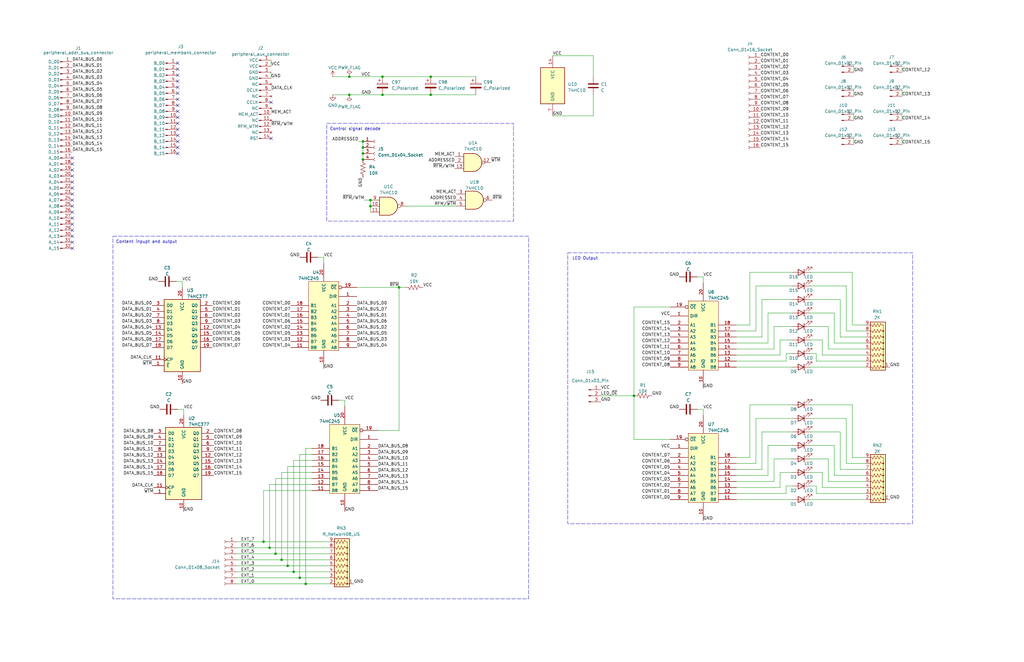
<source format=kicad_sch>
(kicad_sch (version 20230121) (generator eeschema)
  (paper "B")
  (lib_symbols
    (symbol "Connector:Conn_01x02_Pin" (pin_names (offset 1.016) hide)
      (property "Reference" "J" (at 0 2.54 0))
      (property "Value" "Conn_01x02_Pin" (at 0 -5.08 0))
      (symbol "Conn_01x02_Pin_1_1"
        (pin passive line (at 5.08 0 180) (length 3.81) (name "Pin_1") (number "1"))
        (pin passive line (at 5.08 -2.54 180) (length 3.81) (name "Pin_2") (number "2"))
      )
    )
    (symbol "Connector:Conn_01x03_Pin" (pin_names (offset 1.016) hide)
      (property "Reference" "J" (at 0 5.08 0))
      (property "Value" "Conn_01x03_Pin" (at 0 -5.08 0))
      (symbol "Conn_01x03_Pin_1_1"
        (pin passive line (at 5.08 2.54 180) (length 3.81) (name "Pin_1") (number "1"))
        (pin passive line (at 5.08 0 180) (length 3.81) (name "Pin_2") (number "2"))
        (pin passive line (at 5.08 -2.54 180) (length 3.81) (name "Pin_3") (number "3"))
      )
    )
    (symbol "Connector:Conn_01x04_Socket" (pin_names (offset 1.016) hide)
      (property "Reference" "J" (at 0 5.08 0))
      (property "Value" "Conn_01x04_Socket" (at 0 -7.62 0))
      (symbol "Conn_01x04_Socket_1_1"
        (pin passive line (at -5.08 2.54 0) (length 3.81) (name "Pin_1") (number "1"))
        (pin passive line (at -5.08 0 0) (length 3.81) (name "Pin_2") (number "2"))
        (pin passive line (at -5.08 -2.54 0) (length 3.81) (name "Pin_3") (number "3"))
        (pin passive line (at -5.08 -5.08 0) (length 3.81) (name "Pin_4") (number "4"))
      )
    )
    (symbol "Connector:Conn_01x08_Socket" (pin_names (offset 1.016) hide)
      (property "Reference" "J" (at 0 10.16 0))
      (property "Value" "Conn_01x08_Socket" (at 0 -12.7 0))
      (symbol "Conn_01x08_Socket_1_1"
        (pin passive line (at -5.08 7.62 0) (length 3.81) (name "Pin_1") (number "1"))
        (pin passive line (at -5.08 5.08 0) (length 3.81) (name "Pin_2") (number "2"))
        (pin passive line (at -5.08 2.54 0) (length 3.81) (name "Pin_3") (number "3"))
        (pin passive line (at -5.08 0 0) (length 3.81) (name "Pin_4") (number "4"))
        (pin passive line (at -5.08 -2.54 0) (length 3.81) (name "Pin_5") (number "5"))
        (pin passive line (at -5.08 -5.08 0) (length 3.81) (name "Pin_6") (number "6"))
        (pin passive line (at -5.08 -7.62 0) (length 3.81) (name "Pin_7") (number "7"))
        (pin passive line (at -5.08 -10.16 0) (length 3.81) (name "Pin_8") (number "8"))
      )
    )
    (symbol "Connector:Conn_01x16_Socket" (pin_names (offset 1.016) hide)
      (property "Reference" "J" (at 0 20.32 0))
      (property "Value" "Conn_01x16_Socket" (at 0 -22.86 0))
      (symbol "Conn_01x16_Socket_1_1"
        (pin passive line (at -5.08 17.78 0) (length 3.81) (name "Pin_1") (number "1"))
        (pin passive line (at -5.08 -5.08 0) (length 3.81) (name "Pin_10") (number "10"))
        (pin passive line (at -5.08 -7.62 0) (length 3.81) (name "Pin_11") (number "11"))
        (pin passive line (at -5.08 -10.16 0) (length 3.81) (name "Pin_12") (number "12"))
        (pin passive line (at -5.08 -12.7 0) (length 3.81) (name "Pin_13") (number "13"))
        (pin passive line (at -5.08 -15.24 0) (length 3.81) (name "Pin_14") (number "14"))
        (pin passive line (at -5.08 -17.78 0) (length 3.81) (name "Pin_15") (number "15"))
        (pin passive line (at -5.08 -20.32 0) (length 3.81) (name "Pin_16") (number "16"))
        (pin passive line (at -5.08 15.24 0) (length 3.81) (name "Pin_2") (number "2"))
        (pin passive line (at -5.08 12.7 0) (length 3.81) (name "Pin_3") (number "3"))
        (pin passive line (at -5.08 10.16 0) (length 3.81) (name "Pin_4") (number "4"))
        (pin passive line (at -5.08 7.62 0) (length 3.81) (name "Pin_5") (number "5"))
        (pin passive line (at -5.08 5.08 0) (length 3.81) (name "Pin_6") (number "6"))
        (pin passive line (at -5.08 2.54 0) (length 3.81) (name "Pin_7") (number "7"))
        (pin passive line (at -5.08 0 0) (length 3.81) (name "Pin_8") (number "8"))
        (pin passive line (at -5.08 -2.54 0) (length 3.81) (name "Pin_9") (number "9"))
      )
    )
    (symbol "Device:C" (pin_numbers hide) (pin_names (offset 0.254))
      (property "Reference" "C" (at 0.635 2.54 0))
      (property "Value" "C" (at 0.635 -2.54 0))
      (symbol "C_1_1"
        (pin passive line (at 0 3.81 270) (length 2.794) (name "~") (number "1"))
        (pin passive line (at 0 -3.81 90) (length 2.794) (name "~") (number "2"))
      )
    )
    (symbol "Device:C_Polarized" (pin_numbers hide) (pin_names (offset 0.254))
      (property "Reference" "C" (at 0.635 2.54 0))
      (property "Value" "C_Polarized" (at 0.635 -2.54 0))
      (symbol "C_Polarized_1_1"
        (pin passive line (at 0 3.81 270) (length 2.794) (name "~") (number "1"))
        (pin passive line (at 0 -3.81 90) (length 2.794) (name "~") (number "2"))
      )
    )
    (symbol "Device:LED" (pin_numbers hide) (pin_names (offset 1.016) hide)
      (property "Reference" "D" (at 0 2.54 0))
      (property "Value" "LED" (at 0 -2.54 0))
      (symbol "LED_1_1"
        (pin passive line (at -3.81 0 0) (length 2.54) (name "K") (number "1"))
        (pin passive line (at 3.81 0 180) (length 2.54) (name "A") (number "2"))
      )
    )
    (symbol "Device:R_Network08_US" (pin_names (offset 0) hide)
      (property "Reference" "RN" (at -12.7 0 90))
      (property "Value" "R_Network08_US" (at 10.16 0 90))
      (symbol "R_Network08_US_1_1"
        (pin passive line (at -10.16 5.08 270) (length 2.54) (name "common") (number "1"))
        (pin passive line (at -10.16 -5.08 90) (length 1.27) (name "R1") (number "2"))
        (pin passive line (at -7.62 -5.08 90) (length 1.27) (name "R2") (number "3"))
        (pin passive line (at -5.08 -5.08 90) (length 1.27) (name "R3") (number "4"))
        (pin passive line (at -2.54 -5.08 90) (length 1.27) (name "R4") (number "5"))
        (pin passive line (at 0 -5.08 90) (length 1.27) (name "R5") (number "6"))
        (pin passive line (at 2.54 -5.08 90) (length 1.27) (name "R6") (number "7"))
        (pin passive line (at 5.08 -5.08 90) (length 1.27) (name "R7") (number "8"))
        (pin passive line (at 7.62 -5.08 90) (length 1.27) (name "R8") (number "9"))
      )
    )
    (symbol "Device:R_US" (pin_numbers hide) (pin_names (offset 0))
      (property "Reference" "R" (at 2.54 0 90))
      (property "Value" "R_US" (at -2.54 0 90))
      (symbol "R_US_1_1"
        (pin passive line (at 0 3.81 270) (length 1.27) (name "~") (number "1"))
        (pin passive line (at 0 -3.81 90) (length 1.27) (name "~") (number "2"))
      )
    )
    (symbol "power:GND" (power) (pin_names (offset 0))
      (property "Value" "GND" (at 0 -3.81 0))
      (symbol "GND_1_1"
        (pin power_in line (at 0 0 270) (length 0) hide (name "GND") (number "1"))
      )
    )
    (symbol "power:PWR_FLAG" (power) (pin_numbers hide) (pin_names (offset 0) hide)
      (property "Value" "PWR_FLAG" (at 0 3.81 0))
      (symbol "PWR_FLAG_0_0"
        (pin power_out line (at 0 0 90) (length 0) (name "pwr") (number "1"))
      )
    )
    (symbol "power:VCC" (power) (pin_names (offset 0))
      (property "Value" "VCC" (at 0 3.81 0))
      (symbol "VCC_1_1"
        (pin power_in line (at 0 0 90) (length 0) hide (name "VCC") (number "1"))
      )
    )
    (symbol "sixteen-bit-computer:74HC10" (pin_names (offset 1.016))
      (property "Reference" "U" (at 0 1.27 0))
      (property "Value" "74HC10" (at 0 -1.27 0))
      (symbol "74HC10_1_1"
        (pin input line (at -7.62 2.54 0) (length 3.81) (name "~") (number "1"))
        (pin output inverted (at 7.62 0 180) (length 3.81) (name "~") (number "12"))
        (pin input line (at -7.62 -2.54 0) (length 3.81) (name "~") (number "13"))
        (pin input line (at -7.62 0 0) (length 3.81) (name "~") (number "2"))
      )
      (symbol "74HC10_1_2"
        (pin input inverted (at -7.62 2.54 0) (length 4.318) (name "~") (number "1"))
        (pin output line (at 7.62 0 180) (length 3.81) (name "~") (number "12"))
        (pin input inverted (at -7.62 -2.54 0) (length 4.318) (name "~") (number "13"))
        (pin input inverted (at -7.62 0 0) (length 4.953) (name "~") (number "2"))
      )
      (symbol "74HC10_2_1"
        (pin input line (at -7.62 2.54 0) (length 3.81) (name "~") (number "3"))
        (pin input line (at -7.62 0 0) (length 3.81) (name "~") (number "4"))
        (pin input line (at -7.62 -2.54 0) (length 3.81) (name "~") (number "5"))
        (pin output inverted (at 7.62 0 180) (length 3.81) (name "~") (number "6"))
      )
      (symbol "74HC10_2_2"
        (pin input inverted (at -7.62 2.54 0) (length 4.318) (name "~") (number "3"))
        (pin input inverted (at -7.62 0 0) (length 4.953) (name "~") (number "4"))
        (pin input inverted (at -7.62 -2.54 0) (length 4.318) (name "~") (number "5"))
        (pin output line (at 7.62 0 180) (length 3.81) (name "~") (number "6"))
      )
      (symbol "74HC10_3_1"
        (pin input line (at -7.62 0 0) (length 3.81) (name "~") (number "10"))
        (pin input line (at -7.62 -2.54 0) (length 3.81) (name "~") (number "11"))
        (pin output inverted (at 7.62 0 180) (length 3.81) (name "~") (number "8"))
        (pin input line (at -7.62 2.54 0) (length 3.81) (name "~") (number "9"))
      )
      (symbol "74HC10_3_2"
        (pin input inverted (at -7.62 0 0) (length 4.953) (name "~") (number "10"))
        (pin input inverted (at -7.62 -2.54 0) (length 4.318) (name "~") (number "11"))
        (pin output line (at 7.62 0 180) (length 3.81) (name "~") (number "8"))
        (pin input inverted (at -7.62 2.54 0) (length 4.318) (name "~") (number "9"))
      )
      (symbol "74HC10_4_0"
        (pin power_in line (at 0 12.7 270) (length 5.08) (name "VCC") (number "14"))
        (pin power_in line (at 0 -12.7 90) (length 5.08) (name "GND") (number "7"))
      )
    )
    (symbol "sixteen-bit-computer:74HC245" (pin_names (offset 0.762))
      (property "Reference" "U" (at -7.62 17.78 0))
      (property "Value" "74HC245" (at 2.54 -15.24 0))
      (symbol "74HC245_1_1"
        (pin input line (at -13.97 10.16 0) (length 7.62) (name "DIR") (number "1"))
        (pin power_in line (at 0 -20.32 90) (length 7.62) (name "GND") (number "10"))
        (pin tri_state line (at 13.97 -11.43 180) (length 7.62) (name "B8") (number "11"))
        (pin tri_state line (at 13.97 -8.89 180) (length 7.62) (name "B7") (number "12"))
        (pin tri_state line (at 13.97 -6.35 180) (length 7.62) (name "B6") (number "13"))
        (pin tri_state line (at 13.97 -3.81 180) (length 7.62) (name "B5") (number "14"))
        (pin tri_state line (at 13.97 -1.27 180) (length 7.62) (name "B4") (number "15"))
        (pin tri_state line (at 13.97 1.27 180) (length 7.62) (name "B3") (number "16"))
        (pin tri_state line (at 13.97 3.81 180) (length 7.62) (name "B2") (number "17"))
        (pin tri_state line (at 13.97 6.35 180) (length 7.62) (name "B1") (number "18"))
        (pin input inverted (at -13.97 13.97 0) (length 7.62) (name "~{OE}") (number "19"))
        (pin tri_state line (at -13.97 6.35 0) (length 7.62) (name "A1") (number "2"))
        (pin power_in line (at 0 24.13 270) (length 7.62) (name "VCC") (number "20"))
        (pin tri_state line (at -13.97 3.81 0) (length 7.62) (name "A2") (number "3"))
        (pin tri_state line (at -13.97 1.27 0) (length 7.62) (name "A3") (number "4"))
        (pin tri_state line (at -13.97 -1.27 0) (length 7.62) (name "A4") (number "5"))
        (pin tri_state line (at -13.97 -3.81 0) (length 7.62) (name "A5") (number "6"))
        (pin tri_state line (at -13.97 -6.35 0) (length 7.62) (name "A6") (number "7"))
        (pin tri_state line (at -13.97 -8.89 0) (length 7.62) (name "A7") (number "8"))
        (pin tri_state line (at -13.97 -11.43 0) (length 7.62) (name "A8") (number "9"))
      )
    )
    (symbol "sixteen-bit-computer:74HC377" (pin_names (offset 1.016))
      (property "Reference" "U" (at -7.62 16.51 0))
      (property "Value" "74HC377" (at 8.89 -17.78 0))
      (symbol "74HC377_1_0"
        (pin input line (at -12.7 -12.7 0) (length 5.08) (name "~{E}") (number "1"))
        (pin power_in line (at 0 -20.32 90) (length 5.08) (name "GND") (number "10"))
        (pin input clock (at -12.7 -10.16 0) (length 5.08) (name "CP") (number "11"))
        (pin output line (at 12.7 2.54 180) (length 5.08) (name "Q4") (number "12"))
        (pin input line (at -12.7 2.54 0) (length 5.08) (name "D4") (number "13"))
        (pin input line (at -12.7 0 0) (length 5.08) (name "D5") (number "14"))
        (pin output line (at 12.7 0 180) (length 5.08) (name "Q5") (number "15"))
        (pin output line (at 12.7 -2.54 180) (length 5.08) (name "Q6") (number "16"))
        (pin input line (at -12.7 -2.54 0) (length 5.08) (name "D6") (number "17"))
        (pin input line (at -12.7 -5.08 0) (length 5.08) (name "D7") (number "18"))
        (pin output line (at 12.7 -5.08 180) (length 5.08) (name "Q7") (number "19"))
        (pin output line (at 12.7 12.7 180) (length 5.08) (name "Q0") (number "2"))
        (pin power_in line (at 0 20.32 270) (length 5.08) (name "VCC") (number "20"))
        (pin input line (at -12.7 12.7 0) (length 5.08) (name "D0") (number "3"))
        (pin input line (at -12.7 10.16 0) (length 5.08) (name "D1") (number "4"))
        (pin output line (at 12.7 10.16 180) (length 5.08) (name "Q1") (number "5"))
        (pin output line (at 12.7 7.62 180) (length 5.08) (name "Q2") (number "6"))
        (pin input line (at -12.7 7.62 0) (length 5.08) (name "D2") (number "7"))
        (pin input line (at -12.7 5.08 0) (length 5.08) (name "D3") (number "8"))
        (pin output line (at 12.7 5.08 180) (length 5.08) (name "Q3") (number "9"))
      )
    )
    (symbol "sixteen-bit-computer:peripheral_addr_bus_connector" (pin_names (offset 1.524))
      (property "Reference" "J" (at 0 40.64 0))
      (property "Value" "peripheral_addr_bus_connector" (at 0 -43.18 0))
      (symbol "peripheral_addr_bus_connector_1_1"
        (pin passive line (at 5.08 38.1 180) (length 3.81) (name "D_00") (number "1"))
        (pin passive line (at 5.08 15.24 180) (length 3.81) (name "D_09") (number "10"))
        (pin passive line (at 5.08 12.7 180) (length 3.81) (name "D_10") (number "11"))
        (pin passive line (at 5.08 10.16 180) (length 3.81) (name "D_11") (number "12"))
        (pin passive line (at 5.08 7.62 180) (length 3.81) (name "D_12") (number "13"))
        (pin passive line (at 5.08 5.08 180) (length 3.81) (name "D_13") (number "14"))
        (pin passive line (at 5.08 2.54 180) (length 3.81) (name "D_14") (number "15"))
        (pin passive line (at 5.08 0 180) (length 3.81) (name "D_15") (number "16"))
        (pin passive line (at 5.08 -2.54 180) (length 3.81) (name "A_00") (number "17"))
        (pin passive line (at 5.08 -5.08 180) (length 3.81) (name "A_01") (number "18"))
        (pin passive line (at 5.08 -7.62 180) (length 3.81) (name "A_02") (number "19"))
        (pin passive line (at 5.08 35.56 180) (length 3.81) (name "D_01") (number "2"))
        (pin passive line (at 5.08 -10.16 180) (length 3.81) (name "A_03") (number "20"))
        (pin passive line (at 5.08 -12.7 180) (length 3.81) (name "A_04") (number "21"))
        (pin passive line (at 5.08 -15.24 180) (length 3.81) (name "A_05") (number "22"))
        (pin passive line (at 5.08 -17.78 180) (length 3.81) (name "A_06") (number "23"))
        (pin passive line (at 5.08 -20.32 180) (length 3.81) (name "A_07") (number "24"))
        (pin passive line (at 5.08 -22.86 180) (length 3.81) (name "A_08") (number "25"))
        (pin passive line (at 5.08 -25.4 180) (length 3.81) (name "A_09") (number "26"))
        (pin passive line (at 5.08 -27.94 180) (length 3.81) (name "A_10") (number "27"))
        (pin passive line (at 5.08 -30.48 180) (length 3.81) (name "A_11") (number "28"))
        (pin passive line (at 5.08 -33.02 180) (length 3.81) (name "A_12") (number "29"))
        (pin passive line (at 5.08 33.02 180) (length 3.81) (name "D_02") (number "3"))
        (pin passive line (at 5.08 -35.56 180) (length 3.81) (name "A_13") (number "30"))
        (pin passive line (at 5.08 -38.1 180) (length 3.81) (name "A_14") (number "31"))
        (pin passive line (at 5.08 -40.64 180) (length 3.81) (name "A_15") (number "32"))
        (pin passive line (at 5.08 30.48 180) (length 3.81) (name "D_03") (number "4"))
        (pin passive line (at 5.08 27.94 180) (length 3.81) (name "D_04") (number "5"))
        (pin passive line (at 5.08 25.4 180) (length 3.81) (name "D_05") (number "6"))
        (pin passive line (at 5.08 22.86 180) (length 3.81) (name "D_06") (number "7"))
        (pin passive line (at 5.08 20.32 180) (length 3.81) (name "D_07") (number "8"))
        (pin passive line (at 5.08 17.78 180) (length 3.81) (name "D_08") (number "9"))
      )
    )
    (symbol "sixteen-bit-computer:peripheral_aux_connector" (pin_names (offset 1.524))
      (property "Reference" "J" (at 0 17.78 0))
      (property "Value" "peripheral_aux_connector" (at 0 -20.32 0))
      (symbol "peripheral_aux_connector_1_1"
        (pin passive line (at 5.08 15.24 180) (length 3.81) (name "VCC") (number "1"))
        (pin passive line (at 5.08 -7.62 180) (length 3.81) (name "MEM_ACT") (number "10"))
        (pin no_connect line (at 5.08 -10.16 180) (length 3.81) (name "NC") (number "11"))
        (pin passive line (at 5.08 -12.7 180) (length 3.81) (name "RFM_WTM") (number "12"))
        (pin no_connect line (at 5.08 -15.24 180) (length 3.81) (name "NC") (number "13"))
        (pin passive line (at 5.08 -17.78 180) (length 3.81) (name "RST") (number "14"))
        (pin passive line (at 5.08 12.7 180) (length 3.81) (name "VCC") (number "2"))
        (pin passive line (at 5.08 10.16 180) (length 3.81) (name "GND") (number "3"))
        (pin passive line (at 5.08 7.62 180) (length 3.81) (name "GND") (number "4"))
        (pin no_connect line (at 5.08 5.08 180) (length 3.81) (name "NC") (number "5"))
        (pin passive line (at 5.08 2.54 180) (length 3.81) (name "DCLK") (number "6"))
        (pin no_connect line (at 5.08 0 180) (length 3.81) (name "NC") (number "7"))
        (pin passive line (at 5.08 -2.54 180) (length 3.81) (name "CCLK") (number "8"))
        (pin no_connect line (at 5.08 -5.08 180) (length 3.81) (name "NC") (number "9"))
      )
    )
    (symbol "sixteen-bit-computer:peripheral_membank_connector" (pin_names (offset 1.524))
      (property "Reference" "J" (at 0 20.32 0))
      (property "Value" "peripheral_membank_connector" (at 0 -22.86 0))
      (symbol "peripheral_membank_connector_1_1"
        (pin passive line (at 5.08 17.78 180) (length 3.81) (name "B_00") (number "1"))
        (pin passive line (at 5.08 -5.08 180) (length 3.81) (name "B_09") (number "10"))
        (pin passive line (at 5.08 -7.62 180) (length 3.81) (name "B_10") (number "11"))
        (pin passive line (at 5.08 -10.16 180) (length 3.81) (name "B_11") (number "12"))
        (pin passive line (at 5.08 -12.7 180) (length 3.81) (name "B_12") (number "13"))
        (pin passive line (at 5.08 -15.24 180) (length 3.81) (name "B_13") (number "14"))
        (pin passive line (at 5.08 -17.78 180) (length 3.81) (name "B_14") (number "15"))
        (pin passive line (at 5.08 -20.32 180) (length 3.81) (name "B_15") (number "16"))
        (pin passive line (at 5.08 15.24 180) (length 3.81) (name "B_01") (number "2"))
        (pin passive line (at 5.08 12.7 180) (length 3.81) (name "B_02") (number "3"))
        (pin passive line (at 5.08 10.16 180) (length 3.81) (name "B_03") (number "4"))
        (pin passive line (at 5.08 7.62 180) (length 3.81) (name "B_04") (number "5"))
        (pin passive line (at 5.08 5.08 180) (length 3.81) (name "B_05") (number "6"))
        (pin passive line (at 5.08 2.54 180) (length 3.81) (name "B_06") (number "7"))
        (pin passive line (at 5.08 0 180) (length 3.81) (name "B_07") (number "8"))
        (pin passive line (at 5.08 -2.54 180) (length 3.81) (name "B_08") (number "9"))
      )
    )
  )
  (bus_alias "ADDR_BUS" (members "ADDR_BUS_00" "ADDR_BUS_01" "ADDR_BUS_02" "ADDR_BUS_03" "ADDR_BUS_04" "ADDR_BUS_05" "ADDR_BUS_06" "ADDR_BUS_07" "ADDR_BUS_08" "ADDR_BUS_09" "ADDR_BUS_10" "ADDR_BUS_11" "ADDR_BUS_12" "ADDR_BUS_13" "ADDR_BUS_14" "ADDR_BUS_15"))
  (bus_alias "BANK_BUS" (members "BANK_BUS_00" "BANK_BUS_01" "BANK_BUS_02" "BANK_BUS_03" "BANK_BUS_04" "BANK_BUS_05" "BANK_BUS_06" "BANK_BUS_07" "BANK_BUS_08" "BANK_BUS_09" "BANK_BUS_10" "BANK_BUS_11" "BANK_BUS_12" "BANK_BUS_13" "BANK_BUS_14" "BANK_BUS_15"))
  (bus_alias "DATA_BUS" (members "DATA_BUS_00" "DATA_BUS_01" "DATA_BUS_02" "DATA_BUS_03" "DATA_BUS_04" "DATA_BUS_05" "DATA_BUS_06" "DATA_BUS_07" "DATA_BUS_08" "DATA_BUS_09" "DATA_BUS_10" "DATA_BUS_11" "DATA_BUS_12" "DATA_BUS_13" "DATA_BUS_14" "DATA_BUS_15"))
  (junction (at 126.365 243.84))
  (junction (at 181.61 40.005))
  (junction (at 153.035 64.77))
  (junction (at 128.905 246.38))
  (junction (at 161.29 32.385))
  (junction (at 118.745 236.22))
  (junction (at 267.335 167.005))
  (junction (at 123.825 241.3))
  (junction (at 181.61 32.385))
  (junction (at 156.21 84.455))
  (junction (at 121.285 238.76))
  (junction (at 168.275 121.285))
  (junction (at 147.32 40.005))
  (junction (at 113.665 231.14))
  (junction (at 156.21 86.995))
  (junction (at 153.035 59.69))
  (junction (at 153.035 67.31))
  (junction (at 153.035 62.23))
  (junction (at 111.125 228.6))
  (junction (at 161.29 40.005))
  (junction (at 116.205 233.68))
  (junction (at 147.32 32.385))
  (no_connect (at 114.3 43.18))
  (no_connect (at 30.48 104.775))
  (no_connect (at 74.93 26.67))
  (no_connect (at 30.48 79.375))
  (no_connect (at 74.93 44.45))
  (no_connect (at 74.93 49.53))
  (no_connect (at 30.48 89.535))
  (no_connect (at 30.48 76.835))
  (no_connect (at 30.48 102.235))
  (no_connect (at 74.93 54.61))
  (no_connect (at 30.48 92.075))
  (no_connect (at 74.93 59.69))
  (no_connect (at 30.48 81.915))
  (no_connect (at 74.93 39.37))
  (no_connect (at 30.48 71.755))
  (no_connect (at 30.48 69.215))
  (no_connect (at 30.48 86.995))
  (no_connect (at 74.93 36.83))
  (no_connect (at 74.93 46.99))
  (no_connect (at 74.93 52.07))
  (no_connect (at 30.48 84.455))
  (no_connect (at 30.48 97.155))
  (no_connect (at 74.93 31.75))
  (no_connect (at 74.93 64.77))
  (no_connect (at 30.48 74.295))
  (no_connect (at 30.48 94.615))
  (no_connect (at 74.93 62.23))
  (no_connect (at 74.93 57.15))
  (no_connect (at 30.48 66.675))
  (no_connect (at 74.93 34.29))
  (no_connect (at 74.93 41.91))
  (no_connect (at 114.3 58.42))
  (no_connect (at 30.48 99.695))
  (no_connect (at 74.93 29.21))
  (wire (pts (xy 326.39 137.795) (xy 326.39 147.32)))
  (wire (pts (xy 123.825 241.3) (xy 139.065 241.3)))
  (wire (pts (xy 118.745 236.22) (xy 139.065 236.22)))
  (wire (pts (xy 349.25 137.795) (xy 349.25 147.32)))
  (wire (pts (xy 318.77 139.7) (xy 318.77 120.65)))
  (wire (pts (xy 354.33 142.24) (xy 354.33 126.365)))
  (wire (pts (xy 74.93 172.72) (xy 77.47 172.72)))
  (wire (pts (xy 310.515 210.82) (xy 334.01 210.82)))
  (wire (pts (xy 354.33 182.245) (xy 341.63 182.245)))
  (wire (pts (xy 114.3 25.4) (xy 114.3 27.94)))
  (wire (pts (xy 331.47 208.28) (xy 331.47 205.105)))
  (wire (pts (xy 365.125 208.28) (xy 344.17 208.28)))
  (wire (pts (xy 153.035 62.23) (xy 153.035 59.69)))
  (wire (pts (xy 323.85 132.08) (xy 334.01 132.08)))
  (wire (pts (xy 296.545 116.84) (xy 296.545 119.38)))
  (wire (pts (xy 153.035 64.77) (xy 153.035 62.23)))
  (wire (pts (xy 380.365 48.26) (xy 380.365 50.8)))
  (wire (pts (xy 365.125 193.04) (xy 359.41 193.04)))
  (wire (pts (xy 113.665 204.47) (xy 113.665 231.14)))
  (wire (pts (xy 323.85 144.78) (xy 323.85 132.08)))
  (wire (pts (xy 153.035 67.31) (xy 153.035 64.77)))
  (wire (pts (xy 181.61 40.005) (xy 200.66 40.005)))
  (wire (pts (xy 316.23 114.935) (xy 334.01 114.935)))
  (wire (pts (xy 356.87 176.53) (xy 341.63 176.53)))
  (wire (pts (xy 344.17 152.4) (xy 344.17 149.225)))
  (wire (pts (xy 310.515 205.74) (xy 328.93 205.74)))
  (wire (pts (xy 99.695 241.3) (xy 123.825 241.3)))
  (wire (pts (xy 140.335 32.385) (xy 147.32 32.385)))
  (wire (pts (xy 321.31 126.365) (xy 334.01 126.365)))
  (wire (pts (xy 318.77 120.65) (xy 334.01 120.65)))
  (wire (pts (xy 359.41 193.04) (xy 359.41 170.815)))
  (wire (pts (xy 341.63 143.51) (xy 346.71 143.51)))
  (wire (pts (xy 250.19 48.895) (xy 233.045 48.895)))
  (wire (pts (xy 181.61 32.385) (xy 200.66 32.385)))
  (wire (pts (xy 294.005 116.84) (xy 296.545 116.84)))
  (wire (pts (xy 133.985 108.585) (xy 136.525 108.585)))
  (wire (pts (xy 365.125 195.58) (xy 356.87 195.58)))
  (wire (pts (xy 360.045 38.1) (xy 360.045 40.64)))
  (wire (pts (xy 267.335 167.005) (xy 253.365 167.005)))
  (wire (pts (xy 168.275 121.285) (xy 168.275 181.61)))
  (wire (pts (xy 267.335 129.54) (xy 267.335 167.005)))
  (wire (pts (xy 360.045 27.94) (xy 360.045 30.48)))
  (wire (pts (xy 323.85 187.96) (xy 334.01 187.96)))
  (wire (pts (xy 150.495 121.285) (xy 168.275 121.285)))
  (wire (pts (xy 111.125 228.6) (xy 139.065 228.6)))
  (wire (pts (xy 365.125 154.94) (xy 341.63 154.94)))
  (wire (pts (xy 310.515 198.12) (xy 321.31 198.12)))
  (wire (pts (xy 99.695 228.6) (xy 111.125 228.6)))
  (wire (pts (xy 328.93 143.51) (xy 328.93 149.86)))
  (wire (pts (xy 365.125 200.66) (xy 351.79 200.66)))
  (wire (pts (xy 99.695 243.84) (xy 126.365 243.84)))
  (wire (pts (xy 326.39 203.2) (xy 310.515 203.2)))
  (wire (pts (xy 99.695 231.14) (xy 113.665 231.14)))
  (wire (pts (xy 310.515 154.94) (xy 334.01 154.94)))
  (wire (pts (xy 360.045 48.26) (xy 360.045 50.8)))
  (wire (pts (xy 349.25 203.2) (xy 365.125 203.2)))
  (wire (pts (xy 282.575 129.54) (xy 267.335 129.54)))
  (wire (pts (xy 99.695 246.38) (xy 128.905 246.38)))
  (wire (pts (xy 321.31 142.24) (xy 321.31 126.365)))
  (wire (pts (xy 344.17 149.225) (xy 341.63 149.225)))
  (wire (pts (xy 267.335 185.42) (xy 267.335 167.005)))
  (wire (pts (xy 121.285 196.85) (xy 121.285 238.76)))
  (wire (pts (xy 354.33 198.12) (xy 354.33 182.245)))
  (wire (pts (xy 365.125 198.12) (xy 354.33 198.12)))
  (wire (pts (xy 170.815 121.285) (xy 168.275 121.285)))
  (wire (pts (xy 365.125 139.7) (xy 356.87 139.7)))
  (wire (pts (xy 99.695 233.68) (xy 116.205 233.68)))
  (wire (pts (xy 334.01 143.51) (xy 328.93 143.51)))
  (wire (pts (xy 341.63 199.39) (xy 346.71 199.39)))
  (wire (pts (xy 145.415 168.91) (xy 145.415 171.45)))
  (wire (pts (xy 296.545 172.72) (xy 296.545 175.26)))
  (wire (pts (xy 310.515 142.24) (xy 321.31 142.24)))
  (wire (pts (xy 326.39 193.675) (xy 326.39 203.2)))
  (wire (pts (xy 359.41 137.16) (xy 359.41 114.935)))
  (wire (pts (xy 126.365 243.84) (xy 139.065 243.84)))
  (wire (pts (xy 128.905 189.23) (xy 128.905 246.38)))
  (wire (pts (xy 356.87 195.58) (xy 356.87 176.53)))
  (wire (pts (xy 310.515 193.04) (xy 316.23 193.04)))
  (wire (pts (xy 354.33 126.365) (xy 341.63 126.365)))
  (wire (pts (xy 128.905 189.23) (xy 131.445 189.23)))
  (wire (pts (xy 147.32 40.005) (xy 161.29 40.005)))
  (wire (pts (xy 351.79 144.78) (xy 351.79 132.08)))
  (wire (pts (xy 116.205 201.93) (xy 116.205 233.68)))
  (wire (pts (xy 341.63 137.795) (xy 349.25 137.795)))
  (wire (pts (xy 147.32 32.385) (xy 161.29 32.385)))
  (wire (pts (xy 111.125 207.01) (xy 131.445 207.01)))
  (wire (pts (xy 380.365 58.42) (xy 380.365 60.96)))
  (wire (pts (xy 360.045 58.42) (xy 360.045 60.96)))
  (wire (pts (xy 349.25 147.32) (xy 365.125 147.32)))
  (wire (pts (xy 318.77 176.53) (xy 334.01 176.53)))
  (wire (pts (xy 151.13 59.69) (xy 153.035 59.69)))
  (wire (pts (xy 331.47 149.225) (xy 334.01 149.225)))
  (wire (pts (xy 114.3 30.48) (xy 114.3 33.02)))
  (wire (pts (xy 365.125 149.86) (xy 346.71 149.86)))
  (wire (pts (xy 365.125 142.24) (xy 354.33 142.24)))
  (wire (pts (xy 344.17 205.105) (xy 341.63 205.105)))
  (wire (pts (xy 380.365 38.1) (xy 380.365 40.64)))
  (wire (pts (xy 116.205 233.68) (xy 139.065 233.68)))
  (wire (pts (xy 380.365 27.94) (xy 380.365 30.48)))
  (wire (pts (xy 351.79 132.08) (xy 341.63 132.08)))
  (wire (pts (xy 365.125 144.78) (xy 351.79 144.78)))
  (wire (pts (xy 126.365 191.77) (xy 131.445 191.77)))
  (wire (pts (xy 349.25 193.675) (xy 349.25 203.2)))
  (wire (pts (xy 99.695 236.22) (xy 118.745 236.22)))
  (wire (pts (xy 76.835 118.745) (xy 76.835 121.285)))
  (wire (pts (xy 346.71 199.39) (xy 346.71 205.74)))
  (wire (pts (xy 310.515 195.58) (xy 318.77 195.58)))
  (wire (pts (xy 316.23 170.815) (xy 334.01 170.815)))
  (wire (pts (xy 111.125 207.01) (xy 111.125 228.6)))
  (wire (pts (xy 310.515 200.66) (xy 323.85 200.66)))
  (wire (pts (xy 126.365 191.77) (xy 126.365 243.84)))
  (wire (pts (xy 136.525 108.585) (xy 136.525 111.125)))
  (wire (pts (xy 356.87 139.7) (xy 356.87 120.65)))
  (wire (pts (xy 161.29 32.385) (xy 181.61 32.385)))
  (wire (pts (xy 123.825 194.31) (xy 131.445 194.31)))
  (wire (pts (xy 128.905 246.38) (xy 139.065 246.38)))
  (wire (pts (xy 250.19 23.495) (xy 233.045 23.495)))
  (wire (pts (xy 326.39 147.32) (xy 310.515 147.32)))
  (wire (pts (xy 316.23 193.04) (xy 316.23 170.815)))
  (wire (pts (xy 321.31 182.245) (xy 334.01 182.245)))
  (wire (pts (xy 282.575 185.42) (xy 267.335 185.42)))
  (wire (pts (xy 156.21 84.455) (xy 153.67 84.455)))
  (wire (pts (xy 359.41 114.935) (xy 341.63 114.935)))
  (wire (pts (xy 310.515 144.78) (xy 323.85 144.78)))
  (wire (pts (xy 310.515 139.7) (xy 318.77 139.7)))
  (wire (pts (xy 318.77 195.58) (xy 318.77 176.53)))
  (wire (pts (xy 168.275 181.61) (xy 159.385 181.61)))
  (wire (pts (xy 331.47 152.4) (xy 331.47 149.225)))
  (wire (pts (xy 365.125 210.82) (xy 341.63 210.82)))
  (wire (pts (xy 331.47 205.105) (xy 334.01 205.105)))
  (wire (pts (xy 294.005 172.72) (xy 296.545 172.72)))
  (wire (pts (xy 310.515 208.28) (xy 331.47 208.28)))
  (wire (pts (xy 161.29 40.005) (xy 181.61 40.005)))
  (wire (pts (xy 310.515 149.86) (xy 328.93 149.86)))
  (wire (pts (xy 328.93 199.39) (xy 328.93 205.74)))
  (wire (pts (xy 74.295 118.745) (xy 76.835 118.745)))
  (wire (pts (xy 359.41 170.815) (xy 341.63 170.815)))
  (wire (pts (xy 321.31 198.12) (xy 321.31 182.245)))
  (wire (pts (xy 113.665 204.47) (xy 131.445 204.47)))
  (wire (pts (xy 316.23 137.16) (xy 316.23 114.935)))
  (wire (pts (xy 142.875 168.91) (xy 145.415 168.91)))
  (wire (pts (xy 121.285 238.76) (xy 139.065 238.76)))
  (wire (pts (xy 351.79 187.96) (xy 341.63 187.96)))
  (wire (pts (xy 344.17 208.28) (xy 344.17 205.105)))
  (wire (pts (xy 341.63 193.675) (xy 349.25 193.675)))
  (wire (pts (xy 334.01 199.39) (xy 328.93 199.39)))
  (wire (pts (xy 334.01 137.795) (xy 326.39 137.795)))
  (wire (pts (xy 116.205 201.93) (xy 131.445 201.93)))
  (wire (pts (xy 334.01 193.675) (xy 326.39 193.675)))
  (wire (pts (xy 365.125 152.4) (xy 344.17 152.4)))
  (wire (pts (xy 156.21 86.995) (xy 156.21 84.455)))
  (wire (pts (xy 118.745 199.39) (xy 118.745 236.22)))
  (wire (pts (xy 121.285 196.85) (xy 131.445 196.85)))
  (wire (pts (xy 351.79 200.66) (xy 351.79 187.96)))
  (wire (pts (xy 346.71 143.51) (xy 346.71 149.86)))
  (wire (pts (xy 250.19 32.385) (xy 250.19 23.495)))
  (wire (pts (xy 113.665 231.14) (xy 139.065 231.14)))
  (wire (pts (xy 171.45 86.995) (xy 192.405 86.995)))
  (wire (pts (xy 323.85 200.66) (xy 323.85 187.96)))
  (wire (pts (xy 140.335 40.005) (xy 147.32 40.005)))
  (wire (pts (xy 365.125 137.16) (xy 359.41 137.16)))
  (wire (pts (xy 310.515 152.4) (xy 331.47 152.4)))
  (wire (pts (xy 365.125 205.74) (xy 346.71 205.74)))
  (wire (pts (xy 250.19 40.005) (xy 250.19 48.895)))
  (wire (pts (xy 123.825 194.31) (xy 123.825 241.3)))
  (wire (pts (xy 341.63 120.65) (xy 356.87 120.65)))
  (wire (pts (xy 99.695 238.76) (xy 121.285 238.76)))
  (wire (pts (xy 156.21 89.535) (xy 156.21 86.995)))
  (wire (pts (xy 77.47 172.72) (xy 77.47 175.26)))
  (wire (pts (xy 310.515 137.16) (xy 316.23 137.16)))
  (wire (pts (xy 118.745 199.39) (xy 131.445 199.39)))
  (rectangle (start 239.395 106.68) (end 384.81 220.98) (stroke (width 0) (type dash)))
  (rectangle (start 47.625 99.695) (end 222.885 252.73) (stroke (width 0) (type dash)))
  (rectangle (start 137.795 52.07) (end 216.535 93.345) (stroke (width 0) (type dash)))
  (text "LED Output" (at 241.3 109.855 0) (effects (font (size 1.27 1.27)) (justify left bottom)))
  (text "Control signal decode" (at 139.065 55.245 0) (effects (font (size 1.27 1.27)) (justify left bottom)))
  (text "Content inpupt and output" (at 48.895 102.87 0) (effects (font (size 1.27 1.27)) (justify left bottom)))
  (label "VCC" (at 178.435 121.285 0))
  (label "CONTENT_15" (at 380.365 60.96 0))
  (label "CONTENT_00" (at 320.675 24.13 0))
  (label "DATA_BUS_11" (at 159.385 196.85 0))
  (label "VCC" (at 282.575 189.23 180))
  (label "GND" (at 135.255 168.91 180))
  (label "DATA_BUS_07" (at 64.135 146.685 180))
  (label "CONTENT_13" (at 320.675 57.15 0))
  (label "CONTENT_03" (at 320.675 31.75 0))
  (label "GND" (at 77.47 215.9 0))
  (label "DATA_BUS_00" (at 150.495 128.905 0))
  (label "EXT_0" (at 101.6 246.38 0))
  (label "DATA_BUS_00" (at 30.48 26.035 0))
  (label "CONTENT_11" (at 320.675 52.07 0))
  (label "CONTENT_05" (at 122.555 141.605 180))
  (label "ADDRESSED" (at 151.13 59.69 180))
  (label "CONTENT_01" (at 320.675 26.67 0))
  (label "~{RFM}{slash}WTM" (at 153.67 84.455 180))
  (label "MEM_ACT" (at 192.405 81.915 180))
  (label "CONTENT_10" (at 320.675 49.53 0))
  (label "DATA_BUS_12" (at 159.385 199.39 0))
  (label "CONTENT_13" (at 90.17 195.58 0))
  (label "CONTENT_06" (at 89.535 144.145 0))
  (label "CONTENT_08" (at 282.575 154.94 180))
  (label "CONTENT_15" (at 90.17 200.66 0))
  (label "DATA_BUS_06" (at 30.48 41.275 0))
  (label "DATA_BUS_02" (at 30.48 31.115 0))
  (label "VCC" (at 296.545 172.72 0))
  (label "DATA_BUS_03" (at 64.135 136.525 180))
  (label "DATA_BUS_03" (at 30.48 33.655 0))
  (label "VCC" (at 233.045 23.495 0))
  (label "DATA_CLK" (at 114.3 38.1 0))
  (label "DATA_BUS_04" (at 30.48 36.195 0))
  (label "CONTENT_04" (at 282.575 200.66 180))
  (label "CONTENT_07" (at 122.555 131.445 180))
  (label "CONTENT_03" (at 282.575 203.2 180))
  (label "DATA_BUS_03" (at 150.495 144.145 0))
  (label "CONTENT_03" (at 89.535 136.525 0))
  (label "GND" (at 76.835 161.925 0))
  (label "CONTENT_04" (at 89.535 139.065 0))
  (label "VCC" (at 77.47 172.72 0))
  (label "CONTENT_09" (at 282.575 152.4 180))
  (label "GND" (at 233.045 48.895 0))
  (label "GND" (at 126.365 108.585 180))
  (label "GND" (at 375.285 210.82 0))
  (label "VCC" (at 145.415 168.91 0))
  (label "EXT_4" (at 101.6 236.22 0))
  (label "DATA_BUS_13" (at 30.48 59.055 0))
  (label "VCC" (at 296.545 116.84 0))
  (label "EXT_7" (at 101.6 228.6 0))
  (label "CONTENT_12" (at 380.365 30.48 0))
  (label "DATA_BUS_09" (at 30.48 48.895 0))
  (label "CONTENT_09" (at 90.17 185.42 0))
  (label "GND" (at 274.955 167.005 0))
  (label "DATA_BUS_04" (at 64.135 139.065 180))
  (label "DATA_CLK" (at 64.77 205.74 180))
  (label "DATA_BUS_15" (at 159.385 207.01 0))
  (label "CONTENT_06" (at 282.575 195.58 180))
  (label "VCC" (at 76.835 118.745 0))
  (label "VCC" (at 136.525 108.585 0))
  (label "CONTENT_07" (at 89.535 146.685 0))
  (label "DATA_BUS_13" (at 64.77 195.58 180))
  (label "DATA_BUS_10" (at 30.48 51.435 0))
  (label "GND" (at 360.045 50.8 0))
  (label "EXT_2" (at 101.6 241.3 0))
  (label "~{WTM}" (at 64.135 154.305 180))
  (label "ADDRESSED" (at 191.77 68.58 180))
  (label "DATA_CLK" (at 64.135 151.765 180))
  (label "DATA_BUS_14" (at 159.385 204.47 0))
  (label "DATA_BUS_01" (at 150.495 133.985 0))
  (label "DATA_BUS_10" (at 64.77 187.96 180))
  (label "CONTENT_06" (at 122.555 136.525 180))
  (label "CONTENT_08" (at 320.675 44.45 0))
  (label "DATA_BUS_06" (at 64.135 144.145 180))
  (label "CONTENT_14" (at 380.365 50.8 0))
  (label "DATA_BUS_05" (at 150.495 141.605 0))
  (label "DATA_BUS_08" (at 30.48 46.355 0))
  (label "VCC" (at 152.4 32.385 0))
  (label "DATA_BUS_01" (at 30.48 28.575 0))
  (label "CONTENT_08" (at 90.17 182.88 0))
  (label "CONTENT_04" (at 122.555 146.685 180))
  (label "RFM{slash}~{WTM}" (at 192.405 86.995 180))
  (label "GND" (at 145.415 215.9 0))
  (label "DATA_BUS_12" (at 64.77 193.04 180))
  (label "CONTENT_15" (at 282.575 137.16 180))
  (label "CONTENT_14" (at 90.17 198.12 0))
  (label "ADDRESSED" (at 192.405 84.455 180))
  (label "DATA_BUS_14" (at 64.77 198.12 180))
  (label "CONTENT_15" (at 320.675 62.23 0))
  (label "~{WTM}" (at 64.77 208.28 180))
  (label "DATA_BUS_12" (at 30.48 56.515 0))
  (label "CONTENT_13" (at 380.365 40.64 0))
  (label "CONTENT_07" (at 320.675 41.91 0))
  (label "MEM_ACT" (at 191.77 66.04 180))
  (label "GND" (at 360.045 30.48 0))
  (label "CONTENT_13" (at 282.575 142.24 180))
  (label "CONTENT_10" (at 282.575 149.86 180))
  (label "EXT_1" (at 101.6 243.84 0))
  (label "CONTENT_03" (at 122.555 144.145 180))
  (label "CONTENT_01" (at 122.555 133.985 180))
  (label "GND" (at 360.045 60.96 0))
  (label "GND" (at 66.675 118.745 180))
  (label "~{RFM}{slash}WTM" (at 191.77 71.12 180))
  (label "DATA_BUS_09" (at 64.77 185.42 180))
  (label "CONTENT_02" (at 282.575 205.74 180))
  (label "VCC" (at 282.575 133.35 180))
  (label "DATA_BUS_02" (at 150.495 139.065 0))
  (label "CONTENT_01" (at 282.575 208.28 180))
  (label "~{WTM}" (at 207.01 68.58 0))
  (label "CONTENT_12" (at 90.17 193.04 0))
  (label "GND" (at 152.4 40.005 0))
  (label "EXT_6" (at 101.6 231.14 0))
  (label "CONTENT_07" (at 282.575 193.04 180))
  (label "~{RFM}{slash}WTM" (at 114.3 53.34 0))
  (label "CONTENT_11" (at 282.575 147.32 180))
  (label "DATA_BUS_00" (at 64.135 128.905 180))
  (label "CONTENT_11" (at 90.17 190.5 0))
  (label "GND" (at 360.045 40.64 0))
  (label "DATA_BUS_08" (at 64.77 182.88 180))
  (label "DATA_BUS_10" (at 159.385 194.31 0))
  (label "GND" (at 375.285 154.94 0))
  (label "DATA_BUS_02" (at 64.135 133.985 180))
  (label "~{RFM}" (at 207.645 84.455 0))
  (label "GND" (at 153.035 74.93 270))
  (label "DATA_BUS_11" (at 30.48 53.975 0))
  (label "DATA_BUS_06" (at 150.495 136.525 0))
  (label "DATA_BUS_05" (at 30.48 38.735 0))
  (label "CONTENT_12" (at 282.575 144.78 180))
  (label "CONTENT_02" (at 320.675 29.21 0))
  (label "GND" (at 286.385 116.84 180))
  (label "CONTENT_14" (at 320.675 59.69 0))
  (label "MEM_ACT" (at 114.3 48.26 0))
  (label "CONTENT_04" (at 320.675 34.29 0))
  (label "CONTENT_05" (at 320.675 36.83 0))
  (label "VCC" (at 253.365 164.465 0))
  (label "~{RFM}" (at 168.275 121.285 180))
  (label "GND" (at 136.525 155.575 0))
  (label "CONTENT_01" (at 89.535 131.445 0))
  (label "CONTENT_05" (at 89.535 141.605 0))
  (label "VCC" (at 114.3 27.94 0))
  (label "LED_~{OE}" (at 253.365 167.005 0))
  (label "GND" (at 149.225 246.38 0))
  (label "DATA_BUS_14" (at 30.48 61.595 0))
  (label "GND" (at 253.365 169.545 0))
  (label "CONTENT_00" (at 282.575 210.82 180))
  (label "DATA_BUS_13" (at 159.385 201.93 0))
  (label "DATA_BUS_08" (at 159.385 189.23 0))
  (label "DATA_BUS_09" (at 159.385 191.77 0))
  (label "DATA_BUS_07" (at 150.495 131.445 0))
  (label "GND" (at 286.385 172.72 180))
  (label "EXT_5" (at 101.6 233.68 0))
  (label "DATA_BUS_11" (at 64.77 190.5 180))
  (label "DATA_BUS_04" (at 150.495 146.685 0))
  (label "GND" (at 296.545 219.71 0))
  (label "CONTENT_10" (at 90.17 187.96 0))
  (label "DATA_BUS_15" (at 30.48 64.135 0))
  (label "GND" (at 296.545 163.83 0))
  (label "CONTENT_00" (at 122.555 128.905 180))
  (label "CONTENT_12" (at 320.675 54.61 0))
  (label "DATA_BUS_05" (at 64.135 141.605 180))
  (label "CONTENT_05" (at 282.575 198.12 180))
  (label "CONTENT_14" (at 282.575 139.7 180))
  (label "CONTENT_09" (at 320.675 46.99 0))
  (label "CONTENT_06" (at 320.675 39.37 0))
  (label "CONTENT_00" (at 89.535 128.905 0))
  (label "GND" (at 67.31 172.72 180))
  (label "DATA_BUS_15" (at 64.77 200.66 180))
  (label "CONTENT_02" (at 122.555 139.065 180))
  (label "GND" (at 114.3 33.02 0))
  (label "DATA_BUS_07" (at 30.48 43.815 0))
  (label "DATA_BUS_01" (at 64.135 131.445 180))
  (label "EXT_3" (at 101.6 238.76 0))
  (label "CONTENT_02" (at 89.535 133.985 0))
  (symbol (lib_id "Device:LED") (at 337.82 199.39 180) (unit 1)
    (property "Reference" "D3" (at 334.645 201.295 0))
    (property "Value" "LED" (at 340.995 201.295 0))
    (property "Footprint" "sixteen-bit-computer:LED_D5.0mm_Horizontal_O3.81mm_Z3.0mm" (effects hide))
  )
  (symbol (lib_id "Device:LED") (at 337.82 137.795 180) (unit 1)
    (property "Reference" "D12" (at 334.645 139.7 0))
    (property "Value" "LED" (at 340.995 139.7 0))
    (property "Footprint" "sixteen-bit-computer:LED_D5.0mm_Horizontal_O3.81mm_Z3.0mm" (effects hide))
  )
  (symbol (lib_id "Connector:Conn_01x02_Pin") (at 354.965 58.42 0) (unit 1)
    (property "Reference" "J12" (at 355.6 54.61 0))
    (property "Value" "Conn_01x02_Pin" (at 355.6 57.15 0))
    (property "Footprint" "Connector_PinHeader_2.54mm:PinHeader_1x02_P2.54mm_Vertical" (effects hide))
  )
  (symbol (lib_id "Device:R_Network08_US") (at 370.205 144.78 270) (mirror x) (unit 1)
    (property "Reference" "RN1" (at 369.951 131.445 90))
    (property "Value" "2K" (at 369.951 133.985 90))
    (property "Footprint" "Resistor_THT:R_Array_SIP9" (effects hide))
    (property "Datasheet" "http://www.vishay.com/docs/31509/csc.pdf" (effects hide))
  )
  (symbol (lib_id "Device:LED") (at 337.82 120.65 180) (unit 1)
    (property "Reference" "D15" (at 334.645 122.555 0))
    (property "Value" "LED" (at 340.995 122.555 0))
    (property "Footprint" "sixteen-bit-computer:LED_D5.0mm_Horizontal_O3.81mm_Z3.0mm" (effects hide))
  )
  (symbol (lib_id "Device:LED") (at 337.82 143.51 180) (unit 1)
    (property "Reference" "D11" (at 334.645 145.415 0))
    (property "Value" "LED" (at 340.995 145.415 0))
    (property "Footprint" "sixteen-bit-computer:LED_D5.0mm_Horizontal_O3.81mm_Z3.0mm" (effects hide))
  )
  (symbol (lib_id "Connector:Conn_01x02_Pin") (at 375.285 38.1 0) (unit 1)
    (property "Reference" "J9" (at 375.92 34.29 0))
    (property "Value" "Conn_01x02_Pin" (at 375.92 36.83 0))
    (property "Footprint" "Connector_PinHeader_2.54mm:PinHeader_1x02_P2.54mm_Vertical" (effects hide))
  )
  (symbol (lib_id "Device:C_Polarized") (at 161.29 36.195 0) (unit 1)
    (property "Reference" "C97" (at 165.1 34.671 0) (effects (justify left)))
    (property "Value" "C_Polarized" (at 165.1 37.211 0) (effects (justify left)))
    (property "Footprint" "Capacitor_THT:CP_Radial_D6.3mm_P2.50mm" (effects hide))
  )
  (symbol (lib_id "Device:LED") (at 337.82 126.365 180) (unit 1)
    (property "Reference" "D14" (at 334.645 128.27 0))
    (property "Value" "LED" (at 340.995 128.27 0))
    (property "Footprint" "sixteen-bit-computer:LED_D5.0mm_Horizontal_O3.81mm_Z3.0mm" (effects hide))
  )
  (symbol (lib_id "Connector:Conn_01x03_Pin") (at 248.285 167.005 0) (unit 1)
    (property "Reference" "J15" (at 248.92 156.845 0))
    (property "Value" "Conn_01x03_Pin" (at 248.92 160.655 0))
    (property "Footprint" "Connector_PinHeader_2.54mm:PinHeader_1x03_P2.54mm_Horizontal" (effects hide))
  )
  (symbol (lib_id "Device:C_Polarized") (at 200.66 36.195 0) (unit 1)
    (property "Reference" "C99" (at 203.835 34.671 0) (effects (justify left)))
    (property "Value" "C_Polarized" (at 203.835 37.211 0) (effects (justify left)))
    (property "Footprint" "Capacitor_THT:CP_Radial_D6.3mm_P2.50mm" (effects hide))
  )
  (symbol (lib_id "Device:LED") (at 337.82 187.96 180) (unit 1)
    (property "Reference" "D5" (at 334.645 189.865 0))
    (property "Value" "LED" (at 340.995 189.865 0))
    (property "Footprint" "sixteen-bit-computer:LED_D5.0mm_Horizontal_O3.81mm_Z3.0mm" (effects hide))
  )
  (symbol (lib_id "Device:LED") (at 337.82 149.225 180) (unit 1)
    (property "Reference" "D10" (at 334.645 151.13 0))
    (property "Value" "LED" (at 340.995 151.13 0))
    (property "Footprint" "sixteen-bit-computer:LED_D5.0mm_Horizontal_O3.81mm_Z3.0mm" (effects hide))
  )
  (symbol (lib_id "sixteen-bit-computer:74HC10") (at 233.045 36.195 0) (unit 4)
    (property "Reference" "U1" (at 239.395 35.56 0) (effects (justify left)))
    (property "Value" "74HC10" (at 239.395 38.1 0) (effects (justify left)))
    (property "Footprint" "Package_DIP:DIP-14_W7.62mm_Socket" (effects hide))
  )
  (symbol (lib_id "Connector:Conn_01x02_Pin") (at 354.965 27.94 0) (unit 1)
    (property "Reference" "J6" (at 355.6 24.13 0))
    (property "Value" "Conn_01x02_Pin" (at 355.6 26.67 0))
    (property "Footprint" "Connector_PinHeader_2.54mm:PinHeader_1x02_P2.54mm_Vertical" (effects hide))
  )
  (symbol (lib_id "Connector:Conn_01x02_Pin") (at 375.285 48.26 0) (unit 1)
    (property "Reference" "J11" (at 375.92 44.45 0))
    (property "Value" "Conn_01x02_Pin" (at 375.92 46.99 0))
    (property "Footprint" "Connector_PinHeader_2.54mm:PinHeader_1x02_P2.54mm_Vertical" (effects hide))
  )
  (symbol (lib_id "sixteen-bit-computer:peripheral_membank_connector") (at 69.85 44.45 0) (unit 1)
    (property "Reference" "J3" (at 76.2 19.685 0))
    (property "Value" "peripheral_membank_connector" (at 76.2 22.225 0))
    (property "Footprint" "sixteen-bit-computer:peripheral-backplane-membank" (effects hide))
  )
  (symbol (lib_id "Connector:Conn_01x08_Socket") (at 94.615 236.22 0) (mirror y) (unit 1)
    (property "Reference" "J14" (at 92.71 236.855 0) (effects (justify left)))
    (property "Value" "Conn_01x08_Socket" (at 92.71 239.395 0) (effects (justify left)))
    (property "Footprint" "Connector_PinSocket_2.54mm:PinSocket_1x08_P2.54mm_Horizontal" (effects hide))
  )
  (symbol (lib_id "Device:LED") (at 337.82 182.245 180) (unit 1)
    (property "Reference" "D6" (at 334.645 184.15 0))
    (property "Value" "LED" (at 340.995 184.15 0))
    (property "Footprint" "sixteen-bit-computer:LED_D5.0mm_Horizontal_O3.81mm_Z3.0mm" (effects hide))
  )
  (symbol (lib_id "Connector:Conn_01x02_Pin") (at 375.285 58.42 0) (unit 1)
    (property "Reference" "J13" (at 375.92 54.61 0))
    (property "Value" "Conn_01x02_Pin" (at 375.92 57.15 0))
    (property "Footprint" "Connector_PinHeader_2.54mm:PinHeader_1x02_P2.54mm_Vertical" (effects hide))
  )
  (symbol (lib_id "Connector:Conn_01x04_Socket") (at 158.115 62.23 0) (unit 1)
    (property "Reference" "J5" (at 159.385 62.865 0) (effects (justify left)))
    (property "Value" "Conn_01x04_Socket" (at 159.385 65.405 0) (effects (justify left)))
    (property "Footprint" "Connector_PinSocket_2.54mm:PinSocket_1x04_P2.54mm_Horizontal" (effects hide))
  )
  (symbol (lib_id "Device:R_Network08_US") (at 144.145 236.22 270) (mirror x) (unit 1)
    (property "Reference" "RN3" (at 143.891 222.885 90))
    (property "Value" "R_Network08_US" (at 143.891 225.425 90))
    (property "Footprint" "Resistor_THT:R_Array_SIP9" (effects hide))
    (property "Datasheet" "http://www.vishay.com/docs/31509/csc.pdf" (effects hide))
  )
  (symbol (lib_id "sixteen-bit-computer:74HC377") (at 77.47 195.58 0) (unit 1)
    (property "Reference" "U2" (at 79.4259 176.53 0) (effects (justify left)))
    (property "Value" "74HC377" (at 79.4259 179.07 0) (effects (justify left)))
    (property "Footprint" "Package_DIP:DIP-20_W7.62mm_Socket" (effects hide))
    (property "Datasheet" "https://www.ti.com/lit/ds/symlink/cd74hc377.pdf" (effects hide))
  )
  (symbol (lib_id "Device:LED") (at 337.82 193.675 180) (unit 1)
    (property "Reference" "D4" (at 334.645 195.58 0))
    (property "Value" "LED" (at 340.995 195.58 0))
    (property "Footprint" "sixteen-bit-computer:LED_D5.0mm_Horizontal_O3.81mm_Z3.0mm" (effects hide))
  )
  (symbol (lib_id "Connector:Conn_01x02_Pin") (at 354.965 48.26 0) (unit 1)
    (property "Reference" "J10" (at 355.6 44.45 0))
    (property "Value" "Conn_01x02_Pin" (at 355.6 46.99 0))
    (property "Footprint" "Connector_PinHeader_2.54mm:PinHeader_1x02_P2.54mm_Vertical" (effects hide))
  )
  (symbol (lib_id "Device:LED") (at 337.82 176.53 180) (unit 1)
    (property "Reference" "D7" (at 334.645 178.435 0))
    (property "Value" "LED" (at 340.995 178.435 0))
    (property "Footprint" "sixteen-bit-computer:LED_D5.0mm_Horizontal_O3.81mm_Z3.0mm" (effects hide))
  )
  (symbol (lib_id "Device:C") (at 250.19 36.195 0) (unit 1)
    (property "Reference" "C1" (at 253.365 35.56 0) (effects (justify left)))
    (property "Value" "C" (at 253.365 38.1 0) (effects (justify left)))
    (property "Footprint" "Capacitor_THT:C_Disc_D5.0mm_W2.5mm_P5.00mm" (effects hide))
  )
  (symbol (lib_id "sixteen-bit-computer:74HC10") (at 163.83 86.995 0) (unit 3)
    (property "Reference" "U1" (at 163.8217 78.74 0))
    (property "Value" "74HC10" (at 163.8217 81.28 0))
    (property "Footprint" "Package_DIP:DIP-14_W7.62mm_Socket" (effects hide))
  )
  (symbol (lib_id "sixteen-bit-computer:74HC245") (at 296.545 143.51 0) (unit 1)
    (property "Reference" "U6" (at 298.5009 123.19 0) (effects (justify left)))
    (property "Value" "74HC245" (at 298.5009 125.73 0) (effects (justify left)))
    (property "Footprint" "Package_DIP:DIP-20_W7.62mm_Socket" (effects hide))
    (property "Datasheet" "https://www.ti.com/lit/ds/symlink/cd74hc245.pdf" (effects hide))
  )
  (symbol (lib_id "sixteen-bit-computer:74HC377") (at 76.835 141.605 0) (unit 1)
    (property "Reference" "U3" (at 78.7909 122.555 0) (effects (justify left)))
    (property "Value" "74HC377" (at 78.7909 125.095 0) (effects (justify left)))
    (property "Footprint" "Package_DIP:DIP-20_W7.62mm_Socket" (effects hide))
    (property "Datasheet" "https://www.ti.com/lit/ds/symlink/cd74hc377.pdf" (effects hide))
  )
  (symbol (lib_id "Connector:Conn_01x16_Socket") (at 315.595 41.91 0) (mirror y) (unit 1)
    (property "Reference" "J4" (at 316.23 18.415 0))
    (property "Value" "Conn_01x16_Socket" (at 316.23 20.955 0))
    (property "Footprint" "Connector_PinSocket_2.54mm:PinSocket_1x16_P2.54mm_Horizontal" (effects hide))
  )
  (symbol (lib_id "sixteen-bit-computer:74HC10") (at 200.025 84.455 0) (unit 2)
    (property "Reference" "U1" (at 200.0167 76.835 0))
    (property "Value" "74HC10" (at 200.0167 79.375 0))
    (property "Footprint" "Package_DIP:DIP-14_W7.62mm_Socket" (effects hide))
  )
  (symbol (lib_id "Connector:Conn_01x02_Pin") (at 354.965 38.1 0) (unit 1)
    (property "Reference" "J8" (at 355.6 34.29 0))
    (property "Value" "Conn_01x02_Pin" (at 355.6 36.83 0))
    (property "Footprint" "Connector_PinHeader_2.54mm:PinHeader_1x02_P2.54mm_Vertical" (effects hide))
  )
  (symbol (lib_id "Device:R_Network08_US") (at 370.205 200.66 270) (mirror x) (unit 1)
    (property "Reference" "RN2" (at 369.951 187.96 90))
    (property "Value" "2K" (at 369.951 190.5 90))
    (property "Footprint" "Resistor_THT:R_Array_SIP9" (effects hide))
    (property "Datasheet" "http://www.vishay.com/docs/31509/csc.pdf" (effects hide))
  )
  (symbol (lib_id "power:PWR_FLAG") (at 147.32 40.005 180) (unit 1)
    (property "Reference" "#FLG02" (effects hide))
    (property "Value" "PWR_FLAG" (at 147.32 45.085 0))
  )
  (symbol (lib_id "power:PWR_FLAG") (at 147.32 32.385 0) (unit 1)
    (property "Reference" "#FLG01" (effects hide))
    (property "Value" "PWR_FLAG" (at 147.32 28.575 0))
  )
  (symbol (lib_id "Device:LED") (at 337.82 205.105 180) (unit 1)
    (property "Reference" "D2" (at 334.645 207.01 0))
    (property "Value" "LED" (at 340.995 207.01 0))
    (property "Footprint" "sixteen-bit-computer:LED_D5.0mm_Horizontal_O3.81mm_Z3.0mm" (effects hide))
  )
  (symbol (lib_id "sixteen-bit-computer:74HC10") (at 199.39 68.58 0) (unit 1)
    (property "Reference" "U1" (at 199.3817 60.325 0))
    (property "Value" "74HC10" (at 199.3817 62.865 0))
    (property "Footprint" "Package_DIP:DIP-14_W7.62mm_Socket" (effects hide))
  )
  (symbol (lib_id "Device:LED") (at 337.82 114.935 180) (unit 1)
    (property "Reference" "D16" (at 334.645 116.84 0))
    (property "Value" "LED" (at 340.995 116.84 0))
    (property "Footprint" "sixteen-bit-computer:LED_D5.0mm_Horizontal_O3.81mm_Z3.0mm" (effects hide))
  )
  (symbol (lib_id "Device:LED") (at 337.82 154.94 180) (unit 1)
    (property "Reference" "D9" (at 334.645 156.845 0))
    (property "Value" "LED" (at 340.995 156.845 0))
    (property "Footprint" "sixteen-bit-computer:LED_D5.0mm_Horizontal_O3.81mm_Z3.0mm" (effects hide))
  )
  (symbol (lib_id "Device:C") (at 130.175 108.585 90) (unit 1)
    (property "Reference" "C4" (at 130.175 102.87 90))
    (property "Value" "C" (at 130.175 105.41 90))
    (property "Footprint" "Capacitor_THT:C_Disc_D5.0mm_W2.5mm_P5.00mm" (effects hide))
  )
  (symbol (lib_id "Device:C") (at 139.065 168.91 90) (unit 1)
    (property "Reference" "C5" (at 139.065 163.195 90))
    (property "Value" "C" (at 139.065 165.735 90))
    (property "Footprint" "Capacitor_THT:C_Disc_D5.0mm_W2.5mm_P5.00mm" (effects hide))
  )
  (symbol (lib_id "Device:LED") (at 337.82 210.82 180) (unit 1)
    (property "Reference" "D1" (at 334.645 212.725 0))
    (property "Value" "LED" (at 340.995 212.725 0))
    (property "Footprint" "sixteen-bit-computer:LED_D5.0mm_Horizontal_O3.81mm_Z3.0mm" (effects hide))
  )
  (symbol (lib_id "sixteen-bit-computer:peripheral_aux_connector") (at 109.22 40.64 0) (unit 1)
    (property "Reference" "J2" (at 109.855 20.32 0))
    (property "Value" "peripheral_aux_connector" (at 109.855 22.86 0))
    (property "Footprint" "sixteen-bit-computer:peripheral-backplane-aux" (effects hide))
  )
  (symbol (lib_id "Device:LED") (at 337.82 170.815 180) (unit 1)
    (property "Reference" "D8" (at 334.645 172.72 0))
    (property "Value" "LED" (at 340.995 172.72 0))
    (property "Footprint" "sixteen-bit-computer:LED_D5.0mm_Horizontal_O3.81mm_Z3.0mm" (effects hide))
  )
  (symbol (lib_id "Device:R_US") (at 153.035 71.12 0) (unit 1)
    (property "Reference" "R4" (at 155.575 70.485 0) (effects (justify left)))
    (property "Value" "10K" (at 155.575 73.025 0) (effects (justify left)))
    (property "Footprint" "Resistor_THT:R_Axial_DIN0207_L6.3mm_D2.5mm_P10.16mm_Horizontal" (effects hide))
  )
  (symbol (lib_id "sixteen-bit-computer:74HC245") (at 145.415 195.58 0) (mirror y) (unit 1)
    (property "Reference" "U5" (at 143.4591 175.26 0) (effects (justify left)))
    (property "Value" "74HC245" (at 143.4591 177.8 0) (effects (justify left)))
    (property "Footprint" "Package_DIP:DIP-20_W7.62mm_Socket" (effects hide))
    (property "Datasheet" "https://www.ti.com/lit/ds/symlink/cd74hc245.pdf" (effects hide))
  )
  (symbol (lib_id "power:GND") (at 140.335 40.005 0) (unit 1)
    (property "Reference" "#PWR02" (effects hide))
    (property "Value" "GND" (at 140.335 44.45 0))
  )
  (symbol (lib_id "Device:C") (at 71.12 172.72 90) (unit 1)
    (property "Reference" "C2" (at 71.12 166.37 90))
    (property "Value" "C" (at 71.12 168.91 90))
    (property "Footprint" "Capacitor_THT:C_Disc_D5.0mm_W2.5mm_P5.00mm" (effects hide))
  )
  (symbol (lib_id "sixteen-bit-computer:peripheral_addr_bus_connector") (at 25.4 64.135 0) (unit 1)
    (property "Reference" "J1" (at 33.02 20.32 0))
    (property "Value" "peripheral_addr_bus_connector" (at 33.02 22.225 0))
    (property "Footprint" "sixteen-bit-computer:peripheral-backplane-data-addr-anno" (effects hide))
  )
  (symbol (lib_id "Device:C") (at 290.195 172.72 90) (unit 1)
    (property "Reference" "C7" (at 290.195 166.37 90))
    (property "Value" "C" (at 290.195 168.91 90))
    (property "Footprint" "Capacitor_THT:C_Disc_D5.0mm_W2.5mm_P5.00mm" (effects hide))
  )
  (symbol (lib_id "Connector:Conn_01x02_Pin") (at 375.285 27.94 0) (unit 1)
    (property "Reference" "J7" (at 375.92 24.13 0))
    (property "Value" "Conn_01x02_Pin" (at 375.92 26.67 0))
    (property "Footprint" "Connector_PinHeader_2.54mm:PinHeader_1x02_P2.54mm_Vertical" (effects hide))
  )
  (symbol (lib_id "sixteen-bit-computer:74HC245") (at 136.525 135.255 0) (mirror y) (unit 1)
    (property "Reference" "U4" (at 134.5691 114.935 0) (effects (justify left)))
    (property "Value" "74HC245" (at 134.5691 117.475 0) (effects (justify left)))
    (property "Footprint" "Package_DIP:DIP-20_W7.62mm_Socket" (effects hide))
    (property "Datasheet" "https://www.ti.com/lit/ds/symlink/cd74hc245.pdf" (effects hide))
  )
  (symbol (lib_id "Device:C") (at 290.195 116.84 90) (unit 1)
    (property "Reference" "C6" (at 290.195 111.125 90))
    (property "Value" "C" (at 290.195 113.665 90))
    (property "Footprint" "Capacitor_THT:C_Disc_D5.0mm_W2.5mm_P5.00mm" (effects hide))
  )
  (symbol (lib_id "Device:R_US") (at 174.625 121.285 270) (mirror x) (unit 1)
    (property "Reference" "R2" (at 174.625 116.205 90))
    (property "Value" "10K" (at 174.625 118.745 90))
    (property "Footprint" "Resistor_THT:R_Axial_DIN0207_L6.3mm_D2.5mm_P10.16mm_Horizontal" (effects hide))
  )
  (symbol (lib_id "power:VCC") (at 140.335 32.385 0) (unit 1)
    (property "Reference" "#PWR01" (effects hide))
    (property "Value" "VCC" (at 140.335 28.575 0))
  )
  (symbol (lib_id "Device:C") (at 70.485 118.745 90) (unit 1)
    (property "Reference" "C3" (at 70.485 113.03 90))
    (property "Value" "C" (at 70.485 115.57 90))
    (property "Footprint" "Capacitor_THT:C_Disc_D5.0mm_W2.5mm_P5.00mm" (effects hide))
  )
  (symbol (lib_id "Device:LED") (at 337.82 132.08 180) (unit 1)
    (property "Reference" "D13" (at 334.645 133.985 0))
    (property "Value" "LED" (at 340.995 133.985 0))
    (property "Footprint" "sixteen-bit-computer:LED_D5.0mm_Horizontal_O3.81mm_Z3.0mm" (effects hide))
  )
  (symbol (lib_id "Device:C_Polarized") (at 181.61 36.195 0) (unit 1)
    (property "Reference" "C98" (at 184.785 34.671 0) (effects (justify left)))
    (property "Value" "C_Polarized" (at 184.785 37.211 0) (effects (justify left)))
    (property "Footprint" "Capacitor_THT:CP_Radial_D6.3mm_P2.50mm" (effects hide))
  )
  (symbol (lib_id "Device:R_US") (at 271.145 167.005 270) (unit 1)
    (property "Reference" "R1" (at 271.145 162.56 90))
    (property "Value" "10K" (at 271.145 165.1 90))
    (property "Footprint" "Resistor_THT:R_Axial_DIN0207_L6.3mm_D2.5mm_P10.16mm_Horizontal" (effects hide))
  )
  (symbol (lib_id "sixteen-bit-computer:74HC245") (at 296.545 199.39 0) (unit 1)
    (property "Reference" "U7" (at 298.5009 179.07 0) (effects (justify left)))
    (property "Value" "74HC245" (at 298.5009 181.61 0) (effects (justify left)))
    (property "Footprint" "Package_DIP:DIP-20_W7.62mm_Socket" (effects hide))
    (property "Datasheet" "https://www.ti.com/lit/ds/symlink/cd74hc245.pdf" (effects hide))
  )
)
</source>
